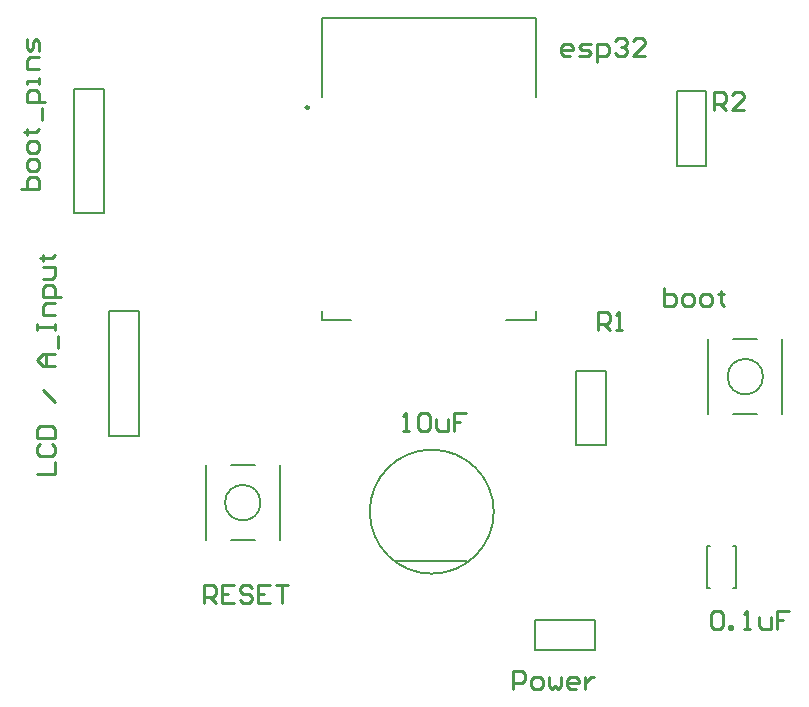
<source format=gbr>
G04*
G04 #@! TF.GenerationSoftware,Altium Limited,Altium Designer,22.4.2 (48)*
G04*
G04 Layer_Color=65535*
%FSLAX25Y25*%
%MOIN*%
G70*
G04*
G04 #@! TF.SameCoordinates,897C8E4D-7720-40B5-A877-0FB78C4BABC8*
G04*
G04*
G04 #@! TF.FilePolarity,Positive*
G04*
G01*
G75*
%ADD10C,0.00591*%
%ADD11C,0.00500*%
%ADD12C,0.00984*%
%ADD13C,0.00787*%
%ADD14C,0.01000*%
D10*
X459669Y333500D02*
G03*
X459669Y333500I-20669J0D01*
G01*
D11*
X381906Y336500D02*
G03*
X381906Y336500I-5906J0D01*
G01*
X549405Y378500D02*
G03*
X549405Y378500I-5906J0D01*
G01*
X372063Y324098D02*
X379937D01*
X372063Y348902D02*
X379937D01*
X388402Y324098D02*
Y348902D01*
X363598Y341618D02*
Y348902D01*
Y324098D02*
Y341618D01*
X539563Y366098D02*
X547437D01*
X539563Y390902D02*
X547437D01*
X555902Y366098D02*
Y390902D01*
X531098Y383618D02*
Y390902D01*
Y366098D02*
Y383618D01*
D12*
X398004Y468205D02*
G03*
X398004Y468205I-492J0D01*
G01*
D13*
X427189Y316965D02*
X450811D01*
X487079Y355598D02*
X496921D01*
Y380402D01*
X487079D02*
X496921D01*
X487079Y355598D02*
Y380402D01*
X520705Y448878D02*
X530547D01*
Y473681D01*
X520705D02*
X530547D01*
X520705Y448878D02*
Y473681D01*
X530579Y307992D02*
X531661D01*
X539339D02*
X540421D01*
Y322165D01*
X530579D02*
X531661D01*
X539339D02*
X540421D01*
X530579Y307992D02*
Y322165D01*
X473500Y287500D02*
Y297500D01*
X493500D01*
Y287500D02*
Y297500D01*
X473500Y287500D02*
X493500D01*
X331500Y400248D02*
X341500D01*
Y358752D02*
Y400248D01*
X331500Y358752D02*
X341500D01*
X331500D02*
Y400248D01*
X402335Y471748D02*
Y498185D01*
Y397398D02*
Y400252D01*
X463713Y397398D02*
X473595D01*
X402335D02*
X412217D01*
X473595Y471748D02*
Y498185D01*
Y397398D02*
Y400252D01*
X402335Y498185D02*
X473595D01*
X319626Y474528D02*
X329626D01*
Y433032D02*
Y474528D01*
X319626Y433032D02*
X329626D01*
X319626D02*
Y474528D01*
D14*
X485004Y485501D02*
X483004D01*
X482004Y486500D01*
Y488500D01*
X483004Y489499D01*
X485004D01*
X486003Y488500D01*
Y487500D01*
X482004D01*
X488003Y485501D02*
X491002D01*
X492001Y486500D01*
X491002Y487500D01*
X489002D01*
X488003Y488500D01*
X489002Y489499D01*
X492001D01*
X494001Y483501D02*
Y489499D01*
X497000D01*
X497999Y488500D01*
Y486500D01*
X497000Y485501D01*
X494001D01*
X499999Y490499D02*
X500998Y491499D01*
X502998D01*
X503997Y490499D01*
Y489499D01*
X502998Y488500D01*
X501998D01*
X502998D01*
X503997Y487500D01*
Y486500D01*
X502998Y485501D01*
X500998D01*
X499999Y486500D01*
X509996Y485501D02*
X505997D01*
X509996Y489499D01*
Y490499D01*
X508996Y491499D01*
X506996D01*
X505997Y490499D01*
X494501Y394001D02*
Y399999D01*
X497500D01*
X498500Y398999D01*
Y397000D01*
X497500Y396000D01*
X494501D01*
X496501D02*
X498500Y394001D01*
X500499D02*
X502499D01*
X501499D01*
Y399999D01*
X500499Y398999D01*
X533002Y467501D02*
Y473499D01*
X536001D01*
X537000Y472499D01*
Y470500D01*
X536001Y469500D01*
X533002D01*
X535001D02*
X537000Y467501D01*
X542998D02*
X539000D01*
X542998Y471500D01*
Y472499D01*
X541999Y473499D01*
X539999D01*
X539000Y472499D01*
X532004Y299499D02*
X533004Y300499D01*
X535003D01*
X536003Y299499D01*
Y295501D01*
X535003Y294501D01*
X533004D01*
X532004Y295501D01*
Y299499D01*
X538002Y294501D02*
Y295501D01*
X539002D01*
Y294501D01*
X538002D01*
X543001D02*
X545000D01*
X544000D01*
Y300499D01*
X543001Y299499D01*
X547999Y298500D02*
Y295501D01*
X548999Y294501D01*
X551998D01*
Y298500D01*
X557996Y300499D02*
X553997D01*
Y297500D01*
X555996D01*
X553997D01*
Y294501D01*
X466004Y274501D02*
Y280499D01*
X469003D01*
X470003Y279499D01*
Y277500D01*
X469003Y276500D01*
X466004D01*
X473002Y274501D02*
X475001D01*
X476001Y275501D01*
Y277500D01*
X475001Y278500D01*
X473002D01*
X472002Y277500D01*
Y275501D01*
X473002Y274501D01*
X478000Y278500D02*
Y275501D01*
X479000Y274501D01*
X480000Y275501D01*
X481000Y274501D01*
X481999Y275501D01*
Y278500D01*
X486998Y274501D02*
X484998D01*
X483998Y275501D01*
Y277500D01*
X484998Y278500D01*
X486998D01*
X487997Y277500D01*
Y276500D01*
X483998D01*
X489997Y278500D02*
Y274501D01*
Y276500D01*
X490996Y277500D01*
X491996Y278500D01*
X492996D01*
X363004Y303001D02*
Y308999D01*
X366004D01*
X367003Y307999D01*
Y306000D01*
X366004Y305000D01*
X363004D01*
X365004D02*
X367003Y303001D01*
X373001Y308999D02*
X369003D01*
Y303001D01*
X373001D01*
X369003Y306000D02*
X371002D01*
X378999Y307999D02*
X378000Y308999D01*
X376000D01*
X375001Y307999D01*
Y307000D01*
X376000Y306000D01*
X378000D01*
X378999Y305000D01*
Y304001D01*
X378000Y303001D01*
X376000D01*
X375001Y304001D01*
X384997Y308999D02*
X380999D01*
Y303001D01*
X384997D01*
X380999Y306000D02*
X382998D01*
X386997Y308999D02*
X390996D01*
X388996D01*
Y303001D01*
X307501Y346012D02*
X313499D01*
Y350010D01*
X308501Y356009D02*
X307501Y355009D01*
Y353010D01*
X308501Y352010D01*
X312500D01*
X313499Y353010D01*
Y355009D01*
X312500Y356009D01*
X307501Y358008D02*
X313499D01*
Y361007D01*
X312500Y362007D01*
X308501D01*
X307501Y361007D01*
Y358008D01*
X313499Y370004D02*
X309501Y374003D01*
X313499Y382000D02*
X309501D01*
X307501Y383999D01*
X309501Y385999D01*
X313499D01*
X310500D01*
Y382000D01*
X314499Y387998D02*
Y391997D01*
X307501Y393996D02*
Y395996D01*
Y394996D01*
X313499D01*
Y393996D01*
Y395996D01*
Y398995D02*
X309501D01*
Y401994D01*
X310500Y402993D01*
X313499D01*
X315499Y404993D02*
X309501D01*
Y407992D01*
X310500Y408991D01*
X312500D01*
X313499Y407992D01*
Y404993D01*
X309501Y410991D02*
X312500D01*
X313499Y411990D01*
Y414990D01*
X309501D01*
X308501Y417988D02*
X309501D01*
Y416989D01*
Y418988D01*
Y417988D01*
X312500D01*
X313499Y418988D01*
X516503Y407999D02*
Y402001D01*
X519502D01*
X520502Y403001D01*
Y404000D01*
Y405000D01*
X519502Y406000D01*
X516503D01*
X523501Y402001D02*
X525500D01*
X526500Y403001D01*
Y405000D01*
X525500Y406000D01*
X523501D01*
X522501Y405000D01*
Y403001D01*
X523501Y402001D01*
X529499D02*
X531498D01*
X532498Y403001D01*
Y405000D01*
X531498Y406000D01*
X529499D01*
X528499Y405000D01*
Y403001D01*
X529499Y402001D01*
X535497Y406999D02*
Y406000D01*
X534497D01*
X536497D01*
X535497D01*
Y403001D01*
X536497Y402001D01*
X302001Y441008D02*
X307999D01*
Y444007D01*
X307000Y445007D01*
X306000D01*
X305000D01*
X304001Y444007D01*
Y441008D01*
X307999Y448006D02*
Y450005D01*
X307000Y451005D01*
X305000D01*
X304001Y450005D01*
Y448006D01*
X305000Y447006D01*
X307000D01*
X307999Y448006D01*
Y454004D02*
Y456003D01*
X307000Y457003D01*
X305000D01*
X304001Y456003D01*
Y454004D01*
X305000Y453004D01*
X307000D01*
X307999Y454004D01*
X303001Y460002D02*
X304001D01*
Y459002D01*
Y461002D01*
Y460002D01*
X307000D01*
X307999Y461002D01*
X308999Y464001D02*
Y467999D01*
X309999Y469999D02*
X304001D01*
Y472998D01*
X305000Y473997D01*
X307000D01*
X307999Y472998D01*
Y469999D01*
Y475997D02*
Y477996D01*
Y476997D01*
X304001D01*
Y475997D01*
X307999Y480995D02*
X304001D01*
Y483994D01*
X305000Y484994D01*
X307999D01*
Y486993D02*
Y489992D01*
X307000Y490992D01*
X306000Y489992D01*
Y487993D01*
X305000Y486993D01*
X304001Y487993D01*
Y490992D01*
X429503Y360501D02*
X431503D01*
X430503D01*
Y366499D01*
X429503Y365499D01*
X434502D02*
X435501Y366499D01*
X437501D01*
X438500Y365499D01*
Y361501D01*
X437501Y360501D01*
X435501D01*
X434502Y361501D01*
Y365499D01*
X440500Y364500D02*
Y361501D01*
X441500Y360501D01*
X444498D01*
Y364500D01*
X450497Y366499D02*
X446498D01*
Y363500D01*
X448497D01*
X446498D01*
Y360501D01*
M02*

</source>
